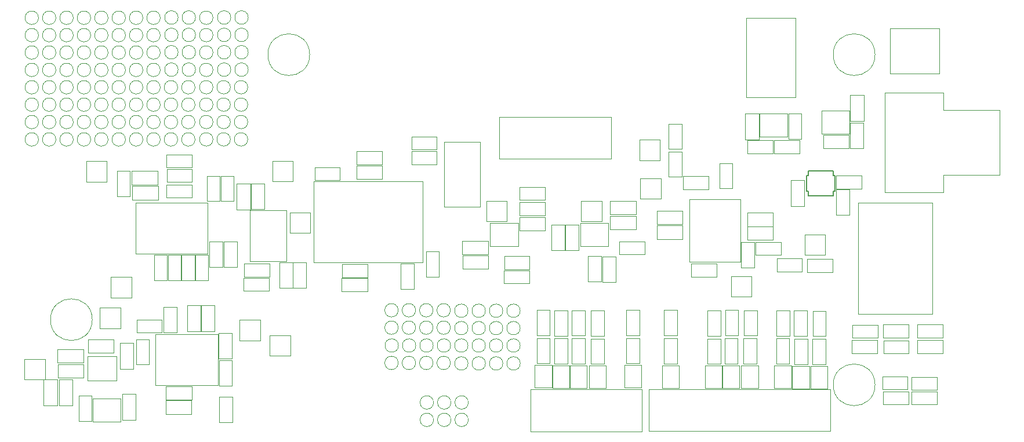
<source format=gbr>
G04 #@! TF.GenerationSoftware,KiCad,Pcbnew,8.0.6*
G04 #@! TF.CreationDate,2025-06-21T10:27:38-07:00*
G04 #@! TF.ProjectId,complete_EPG,636f6d70-6c65-4746-955f-4550472e6b69,rev?*
G04 #@! TF.SameCoordinates,Original*
G04 #@! TF.FileFunction,Other,User*
%FSLAX46Y46*%
G04 Gerber Fmt 4.6, Leading zero omitted, Abs format (unit mm)*
G04 Created by KiCad (PCBNEW 8.0.6) date 2025-06-21 10:27:38*
%MOMM*%
%LPD*%
G01*
G04 APERTURE LIST*
%ADD10C,0.152400*%
%ADD11C,0.030000*%
%ADD12C,0.050000*%
G04 APERTURE END LIST*
D10*
X132939300Y-40628000D02*
X132634500Y-40628000D01*
X132939300Y-38366000D02*
X132939300Y-40628000D01*
X132939300Y-38366000D02*
X132634500Y-38366000D01*
X132634500Y-41300400D02*
X129027700Y-41300400D01*
X132634500Y-40628000D02*
X132634500Y-41300400D01*
X132634500Y-37693600D02*
X132634500Y-38366000D01*
X129027700Y-41300400D02*
X129027700Y-40628000D01*
X129027700Y-38366000D02*
X129027700Y-37693600D01*
X129027700Y-37693600D02*
X132634500Y-37693600D01*
X128722900Y-40628000D02*
X129027700Y-40628000D01*
X128722900Y-40628000D02*
X128722900Y-38366000D01*
X128722900Y-38366000D02*
X129027700Y-38366000D01*
D11*
X86948816Y-58107000D02*
G75*
G02*
X84987184Y-58107000I-980816J0D01*
G01*
X84987184Y-58107000D02*
G75*
G02*
X86948816Y-58107000I980816J0D01*
G01*
X84413816Y-65802000D02*
G75*
G02*
X82452184Y-65802000I-980816J0D01*
G01*
X82452184Y-65802000D02*
G75*
G02*
X84413816Y-65802000I980816J0D01*
G01*
X76748816Y-60577000D02*
G75*
G02*
X74787184Y-60577000I-980816J0D01*
G01*
X74787184Y-60577000D02*
G75*
G02*
X76748816Y-60577000I980816J0D01*
G01*
X81868816Y-60647000D02*
G75*
G02*
X79907184Y-60647000I-980816J0D01*
G01*
X79907184Y-60647000D02*
G75*
G02*
X81868816Y-60647000I980816J0D01*
G01*
X69133816Y-65732000D02*
G75*
G02*
X67172184Y-65732000I-980816J0D01*
G01*
X67172184Y-65732000D02*
G75*
G02*
X69133816Y-65732000I980816J0D01*
G01*
X76753816Y-65732000D02*
G75*
G02*
X74792184Y-65732000I-980816J0D01*
G01*
X74792184Y-65732000D02*
G75*
G02*
X76753816Y-65732000I980816J0D01*
G01*
X74208816Y-58037000D02*
G75*
G02*
X72247184Y-58037000I-980816J0D01*
G01*
X72247184Y-58037000D02*
G75*
G02*
X74208816Y-58037000I980816J0D01*
G01*
X71668816Y-58037000D02*
G75*
G02*
X69707184Y-58037000I-980816J0D01*
G01*
X69707184Y-58037000D02*
G75*
G02*
X71668816Y-58037000I980816J0D01*
G01*
X71708816Y-63187000D02*
G75*
G02*
X69747184Y-63187000I-980816J0D01*
G01*
X69747184Y-63187000D02*
G75*
G02*
X71708816Y-63187000I980816J0D01*
G01*
X74208816Y-60577000D02*
G75*
G02*
X72247184Y-60577000I-980816J0D01*
G01*
X72247184Y-60577000D02*
G75*
G02*
X74208816Y-60577000I980816J0D01*
G01*
X69128816Y-60577000D02*
G75*
G02*
X67167184Y-60577000I-980816J0D01*
G01*
X67167184Y-60577000D02*
G75*
G02*
X69128816Y-60577000I980816J0D01*
G01*
X74213816Y-65732000D02*
G75*
G02*
X72252184Y-65732000I-980816J0D01*
G01*
X72252184Y-65732000D02*
G75*
G02*
X74213816Y-65732000I980816J0D01*
G01*
X81868816Y-58107000D02*
G75*
G02*
X79907184Y-58107000I-980816J0D01*
G01*
X79907184Y-58107000D02*
G75*
G02*
X81868816Y-58107000I980816J0D01*
G01*
X69168816Y-63187000D02*
G75*
G02*
X67207184Y-63187000I-980816J0D01*
G01*
X67207184Y-63187000D02*
G75*
G02*
X69168816Y-63187000I980816J0D01*
G01*
X81868816Y-63187000D02*
G75*
G02*
X79907184Y-63187000I-980816J0D01*
G01*
X79907184Y-63187000D02*
G75*
G02*
X81868816Y-63187000I980816J0D01*
G01*
X79328816Y-60647000D02*
G75*
G02*
X77367184Y-60647000I-980816J0D01*
G01*
X77367184Y-60647000D02*
G75*
G02*
X79328816Y-60647000I980816J0D01*
G01*
X84408816Y-60647000D02*
G75*
G02*
X82447184Y-60647000I-980816J0D01*
G01*
X82447184Y-60647000D02*
G75*
G02*
X84408816Y-60647000I980816J0D01*
G01*
X76788816Y-63187000D02*
G75*
G02*
X74827184Y-63187000I-980816J0D01*
G01*
X74827184Y-63187000D02*
G75*
G02*
X76788816Y-63187000I980816J0D01*
G01*
X76748816Y-58037000D02*
G75*
G02*
X74787184Y-58037000I-980816J0D01*
G01*
X74787184Y-58037000D02*
G75*
G02*
X76748816Y-58037000I980816J0D01*
G01*
X86948816Y-63187000D02*
G75*
G02*
X84987184Y-63187000I-980816J0D01*
G01*
X84987184Y-63187000D02*
G75*
G02*
X86948816Y-63187000I980816J0D01*
G01*
X71673816Y-65732000D02*
G75*
G02*
X69712184Y-65732000I-980816J0D01*
G01*
X69712184Y-65732000D02*
G75*
G02*
X71673816Y-65732000I980816J0D01*
G01*
X84408816Y-63187000D02*
G75*
G02*
X82447184Y-63187000I-980816J0D01*
G01*
X82447184Y-63187000D02*
G75*
G02*
X84408816Y-63187000I980816J0D01*
G01*
X69128816Y-58037000D02*
G75*
G02*
X67167184Y-58037000I-980816J0D01*
G01*
X67167184Y-58037000D02*
G75*
G02*
X69128816Y-58037000I980816J0D01*
G01*
X71668816Y-60577000D02*
G75*
G02*
X69707184Y-60577000I-980816J0D01*
G01*
X69707184Y-60577000D02*
G75*
G02*
X71668816Y-60577000I980816J0D01*
G01*
X81873816Y-65802000D02*
G75*
G02*
X79912184Y-65802000I-980816J0D01*
G01*
X79912184Y-65802000D02*
G75*
G02*
X81873816Y-65802000I980816J0D01*
G01*
X79333816Y-65802000D02*
G75*
G02*
X77372184Y-65802000I-980816J0D01*
G01*
X77372184Y-65802000D02*
G75*
G02*
X79333816Y-65802000I980816J0D01*
G01*
X86953816Y-65802000D02*
G75*
G02*
X84992184Y-65802000I-980816J0D01*
G01*
X84992184Y-65802000D02*
G75*
G02*
X86953816Y-65802000I980816J0D01*
G01*
X74248816Y-63187000D02*
G75*
G02*
X72287184Y-63187000I-980816J0D01*
G01*
X72287184Y-63187000D02*
G75*
G02*
X74248816Y-63187000I980816J0D01*
G01*
X79328816Y-58107000D02*
G75*
G02*
X77367184Y-58107000I-980816J0D01*
G01*
X77367184Y-58107000D02*
G75*
G02*
X79328816Y-58107000I980816J0D01*
G01*
X86948816Y-60647000D02*
G75*
G02*
X84987184Y-60647000I-980816J0D01*
G01*
X84987184Y-60647000D02*
G75*
G02*
X86948816Y-60647000I980816J0D01*
G01*
X84408816Y-58107000D02*
G75*
G02*
X82447184Y-58107000I-980816J0D01*
G01*
X82447184Y-58107000D02*
G75*
G02*
X84408816Y-58107000I980816J0D01*
G01*
X79328816Y-63187000D02*
G75*
G02*
X77367184Y-63187000I-980816J0D01*
G01*
X77367184Y-63187000D02*
G75*
G02*
X79328816Y-63187000I980816J0D01*
G01*
D12*
X138758000Y-20677000D02*
G75*
G02*
X132658000Y-20677000I-3050000J0D01*
G01*
X132658000Y-20677000D02*
G75*
G02*
X138758000Y-20677000I3050000J0D01*
G01*
X56208000Y-20677000D02*
G75*
G02*
X50108000Y-20677000I-3050000J0D01*
G01*
X50108000Y-20677000D02*
G75*
G02*
X56208000Y-20677000I3050000J0D01*
G01*
X24458000Y-59412000D02*
G75*
G02*
X18358000Y-59412000I-3050000J0D01*
G01*
X18358000Y-59412000D02*
G75*
G02*
X24458000Y-59412000I3050000J0D01*
G01*
X138758000Y-68937000D02*
G75*
G02*
X132658000Y-68937000I-3050000J0D01*
G01*
X132658000Y-68937000D02*
G75*
G02*
X138758000Y-68937000I3050000J0D01*
G01*
D11*
X21688816Y-30527000D02*
G75*
G02*
X19727184Y-30527000I-980816J0D01*
G01*
X19727184Y-30527000D02*
G75*
G02*
X21688816Y-30527000I980816J0D01*
G01*
D12*
X50748000Y-36227000D02*
X50748000Y-39227000D01*
X50748000Y-36227000D02*
X53748000Y-36227000D01*
X53748000Y-39227000D02*
X50748000Y-39227000D01*
X53748000Y-39227000D02*
X53748000Y-36227000D01*
X45573000Y-39552000D02*
X47533000Y-39552000D01*
X45573000Y-43312000D02*
X45573000Y-39552000D01*
X47533000Y-39552000D02*
X47533000Y-43312000D01*
X47533000Y-43312000D02*
X45573000Y-43312000D01*
X43668000Y-47954500D02*
X45628000Y-47954500D01*
X43668000Y-51714500D02*
X43668000Y-47954500D01*
X45628000Y-47954500D02*
X45628000Y-51714500D01*
X45628000Y-51714500D02*
X43668000Y-51714500D01*
X94478000Y-58039500D02*
X96378000Y-58039500D01*
X94478000Y-61739500D02*
X94478000Y-58039500D01*
X96378000Y-58039500D02*
X96378000Y-61739500D01*
X96378000Y-61739500D02*
X94478000Y-61739500D01*
X128828000Y-50527000D02*
X132588000Y-50527000D01*
X128828000Y-52487000D02*
X128828000Y-50527000D01*
X132588000Y-50527000D02*
X132588000Y-52487000D01*
X132588000Y-52487000D02*
X128828000Y-52487000D01*
D11*
X29308816Y-30527000D02*
G75*
G02*
X27347184Y-30527000I-980816J0D01*
G01*
X27347184Y-30527000D02*
G75*
G02*
X29308816Y-30527000I980816J0D01*
G01*
X26768816Y-17827000D02*
G75*
G02*
X24807184Y-17827000I-980816J0D01*
G01*
X24807184Y-17827000D02*
G75*
G02*
X26768816Y-17827000I980816J0D01*
G01*
D12*
X128438000Y-42807000D02*
X126478000Y-42807000D01*
X128438000Y-39047000D02*
X128438000Y-42807000D01*
X126478000Y-42807000D02*
X126478000Y-39047000D01*
X126478000Y-39047000D02*
X128438000Y-39047000D01*
X41208000Y-38387000D02*
X43108000Y-38387000D01*
X41208000Y-42087000D02*
X41208000Y-38387000D01*
X43108000Y-38387000D02*
X43108000Y-42087000D01*
X43108000Y-42087000D02*
X41208000Y-42087000D01*
D11*
X31848816Y-20367000D02*
G75*
G02*
X29887184Y-20367000I-980816J0D01*
G01*
X29887184Y-20367000D02*
G75*
G02*
X31848816Y-20367000I980816J0D01*
G01*
D12*
X94178000Y-69400500D02*
X94178000Y-66100500D01*
X94178000Y-69400500D02*
X96678000Y-69400500D01*
X96678000Y-66100500D02*
X94178000Y-66100500D01*
X96678000Y-66100500D02*
X96678000Y-69400500D01*
D11*
X24228816Y-22907000D02*
G75*
G02*
X22267184Y-22907000I-980816J0D01*
G01*
X22267184Y-22907000D02*
G75*
G02*
X24228816Y-22907000I980816J0D01*
G01*
D12*
X116897286Y-58019500D02*
X118797286Y-58019500D01*
X116897286Y-61719500D02*
X116897286Y-58019500D01*
X118797286Y-58019500D02*
X118797286Y-61719500D01*
X118797286Y-61719500D02*
X116897286Y-61719500D01*
D11*
X42083816Y-25442000D02*
G75*
G02*
X40122184Y-25442000I-980816J0D01*
G01*
X40122184Y-25442000D02*
G75*
G02*
X42083816Y-25442000I980816J0D01*
G01*
X42083816Y-15282000D02*
G75*
G02*
X40122184Y-15282000I-980816J0D01*
G01*
X40122184Y-15282000D02*
G75*
G02*
X42083816Y-15282000I980816J0D01*
G01*
D12*
X99838000Y-48683000D02*
X99838000Y-45283000D01*
X99838000Y-45283000D02*
X95738000Y-45283000D01*
X95738000Y-48683000D02*
X99838000Y-48683000D01*
X95738000Y-45283000D02*
X95738000Y-48683000D01*
X30308000Y-39907000D02*
X34068000Y-39907000D01*
X30308000Y-41867000D02*
X30308000Y-39907000D01*
X34068000Y-39907000D02*
X34068000Y-41867000D01*
X34068000Y-41867000D02*
X30308000Y-41867000D01*
D11*
X19148816Y-22907000D02*
G75*
G02*
X17187184Y-22907000I-980816J0D01*
G01*
X17187184Y-22907000D02*
G75*
G02*
X19148816Y-22907000I980816J0D01*
G01*
D12*
X27188000Y-56197000D02*
X27188000Y-53197000D01*
X27188000Y-56197000D02*
X30188000Y-56197000D01*
X30188000Y-53197000D02*
X27188000Y-53197000D01*
X30188000Y-53197000D02*
X30188000Y-56197000D01*
D11*
X31848816Y-15287000D02*
G75*
G02*
X29887184Y-15287000I-980816J0D01*
G01*
X29887184Y-15287000D02*
G75*
G02*
X31848816Y-15287000I980816J0D01*
G01*
X21688816Y-25447000D02*
G75*
G02*
X19727184Y-25447000I-980816J0D01*
G01*
X19727184Y-25447000D02*
G75*
G02*
X21688816Y-25447000I980816J0D01*
G01*
D12*
X19598000Y-68177000D02*
X21558000Y-68177000D01*
X19598000Y-71937000D02*
X19598000Y-68177000D01*
X21558000Y-68177000D02*
X21558000Y-71937000D01*
X21558000Y-71937000D02*
X19598000Y-71937000D01*
D11*
X16608816Y-30527000D02*
G75*
G02*
X14647184Y-30527000I-980816J0D01*
G01*
X14647184Y-30527000D02*
G75*
G02*
X16608816Y-30527000I980816J0D01*
G01*
D12*
X94478000Y-62142000D02*
X96378000Y-62142000D01*
X94478000Y-65842000D02*
X94478000Y-62142000D01*
X96378000Y-62142000D02*
X96378000Y-65842000D01*
X96378000Y-65842000D02*
X94478000Y-65842000D01*
D11*
X16608816Y-25447000D02*
G75*
G02*
X14647184Y-25447000I-980816J0D01*
G01*
X14647184Y-25447000D02*
G75*
G02*
X16608816Y-25447000I980816J0D01*
G01*
D12*
X91968000Y-58068250D02*
X93868000Y-58068250D01*
X91968000Y-61768250D02*
X91968000Y-58068250D01*
X93868000Y-58068250D02*
X93868000Y-61768250D01*
X93868000Y-61768250D02*
X91968000Y-61768250D01*
X41548000Y-47954500D02*
X43508000Y-47954500D01*
X41548000Y-51714500D02*
X41548000Y-47954500D01*
X43508000Y-47954500D02*
X43508000Y-51714500D01*
X43508000Y-51714500D02*
X41548000Y-51714500D01*
X139173000Y-62077000D02*
X135473000Y-62077000D01*
X139173000Y-60177000D02*
X139173000Y-62077000D01*
X135473000Y-62077000D02*
X135473000Y-60177000D01*
X135473000Y-60177000D02*
X139173000Y-60177000D01*
X117728000Y-53077000D02*
X117728000Y-56077000D01*
X117728000Y-53077000D02*
X120728000Y-53077000D01*
X120728000Y-56077000D02*
X117728000Y-56077000D01*
X120728000Y-56077000D02*
X120728000Y-53077000D01*
D11*
X29308816Y-33067000D02*
G75*
G02*
X27347184Y-33067000I-980816J0D01*
G01*
X27347184Y-33067000D02*
G75*
G02*
X29308816Y-33067000I980816J0D01*
G01*
D12*
X71078000Y-34827000D02*
X74778000Y-34827000D01*
X71078000Y-36727000D02*
X71078000Y-34827000D01*
X74778000Y-34827000D02*
X74778000Y-36727000D01*
X74778000Y-36727000D02*
X71078000Y-36727000D01*
D11*
X36928816Y-27987000D02*
G75*
G02*
X34967184Y-27987000I-980816J0D01*
G01*
X34967184Y-27987000D02*
G75*
G02*
X36928816Y-27987000I980816J0D01*
G01*
D12*
X111928000Y-51247000D02*
X115628000Y-51247000D01*
X111928000Y-53147000D02*
X111928000Y-51247000D01*
X115628000Y-51247000D02*
X115628000Y-53147000D01*
X115628000Y-53147000D02*
X111928000Y-53147000D01*
X116048000Y-36537000D02*
X117948000Y-36537000D01*
X116048000Y-40237000D02*
X116048000Y-36537000D01*
X117948000Y-36537000D02*
X117948000Y-40237000D01*
X117948000Y-40237000D02*
X116048000Y-40237000D01*
X86878000Y-40032000D02*
X90578000Y-40032000D01*
X86878000Y-41932000D02*
X86878000Y-40032000D01*
X90578000Y-40032000D02*
X90578000Y-41932000D01*
X90578000Y-41932000D02*
X86878000Y-41932000D01*
D11*
X31848816Y-25447000D02*
G75*
G02*
X29887184Y-25447000I-980816J0D01*
G01*
X29887184Y-25447000D02*
G75*
G02*
X31848816Y-25447000I980816J0D01*
G01*
X34388816Y-15287000D02*
G75*
G02*
X32427184Y-15287000I-980816J0D01*
G01*
X32427184Y-15287000D02*
G75*
G02*
X34388816Y-15287000I980816J0D01*
G01*
D12*
X135048000Y-40357000D02*
X135048000Y-44117000D01*
X133088000Y-40357000D02*
X135048000Y-40357000D01*
X135048000Y-44117000D02*
X133088000Y-44117000D01*
X133088000Y-44117000D02*
X133088000Y-40357000D01*
X89088000Y-69359250D02*
X89088000Y-66059250D01*
X89088000Y-69359250D02*
X91588000Y-69359250D01*
X91588000Y-66059250D02*
X89088000Y-66059250D01*
X91588000Y-66059250D02*
X91588000Y-69359250D01*
X126120500Y-29297000D02*
X128020500Y-29297000D01*
X126120500Y-32997000D02*
X126120500Y-29297000D01*
X128020500Y-29297000D02*
X128020500Y-32997000D01*
X128020500Y-32997000D02*
X126120500Y-32997000D01*
D11*
X36998816Y-15247000D02*
G75*
G02*
X35037184Y-15247000I-980816J0D01*
G01*
X35037184Y-15247000D02*
G75*
G02*
X36998816Y-15247000I980816J0D01*
G01*
D12*
X102143000Y-69343000D02*
X102143000Y-66043000D01*
X102143000Y-69343000D02*
X104643000Y-69343000D01*
X104643000Y-66043000D02*
X102143000Y-66043000D01*
X104643000Y-66043000D02*
X104643000Y-69343000D01*
X47443000Y-43463000D02*
X47443000Y-50863000D01*
X47443000Y-50863000D02*
X52843000Y-50863000D01*
X52843000Y-43463000D02*
X47443000Y-43463000D01*
X52843000Y-50863000D02*
X52843000Y-43463000D01*
D11*
X36998816Y-22867000D02*
G75*
G02*
X35037184Y-22867000I-980816J0D01*
G01*
X35037184Y-22867000D02*
G75*
G02*
X36998816Y-22867000I980816J0D01*
G01*
D12*
X28473000Y-62852000D02*
X30433000Y-62852000D01*
X28473000Y-66612000D02*
X28473000Y-62852000D01*
X30433000Y-62852000D02*
X30433000Y-66612000D01*
X30433000Y-66612000D02*
X28473000Y-66612000D01*
D11*
X47163816Y-27982000D02*
G75*
G02*
X45202184Y-27982000I-980816J0D01*
G01*
X45202184Y-27982000D02*
G75*
G02*
X47163816Y-27982000I980816J0D01*
G01*
X39538816Y-20327000D02*
G75*
G02*
X37577184Y-20327000I-980816J0D01*
G01*
X37577184Y-20327000D02*
G75*
G02*
X39538816Y-20327000I980816J0D01*
G01*
D12*
X140938000Y-16877000D02*
X140938000Y-23417000D01*
X140938000Y-23417000D02*
X148138000Y-23417000D01*
X148138000Y-16877000D02*
X140938000Y-16877000D01*
X148138000Y-23417000D02*
X148138000Y-16877000D01*
X17373000Y-68177000D02*
X19333000Y-68177000D01*
X17373000Y-71937000D02*
X17373000Y-68177000D01*
X19333000Y-68177000D02*
X19333000Y-71937000D01*
X19333000Y-71937000D02*
X17373000Y-71937000D01*
D11*
X74288816Y-71517000D02*
G75*
G02*
X72327184Y-71517000I-980816J0D01*
G01*
X72327184Y-71517000D02*
G75*
G02*
X74288816Y-71517000I980816J0D01*
G01*
D12*
X35298000Y-35287000D02*
X38998000Y-35287000D01*
X35298000Y-37187000D02*
X35298000Y-35287000D01*
X38998000Y-35287000D02*
X38998000Y-37187000D01*
X38998000Y-37187000D02*
X35298000Y-37187000D01*
X28868000Y-70287000D02*
X30828000Y-70287000D01*
X28868000Y-74047000D02*
X28868000Y-70287000D01*
X30828000Y-70287000D02*
X30828000Y-74047000D01*
X30828000Y-74047000D02*
X28868000Y-74047000D01*
D11*
X36928816Y-33067000D02*
G75*
G02*
X34967184Y-33067000I-980816J0D01*
G01*
X34967184Y-33067000D02*
G75*
G02*
X36928816Y-33067000I980816J0D01*
G01*
X44693816Y-20322000D02*
G75*
G02*
X42732184Y-20322000I-980816J0D01*
G01*
X42732184Y-20322000D02*
G75*
G02*
X44693816Y-20322000I980816J0D01*
G01*
X19148816Y-27987000D02*
G75*
G02*
X17187184Y-27987000I-980816J0D01*
G01*
X17187184Y-27987000D02*
G75*
G02*
X19148816Y-27987000I980816J0D01*
G01*
D12*
X51758000Y-51027000D02*
X53718000Y-51027000D01*
X51758000Y-54787000D02*
X51758000Y-51027000D01*
X53718000Y-51027000D02*
X53718000Y-54787000D01*
X53718000Y-54787000D02*
X51758000Y-54787000D01*
D11*
X44693816Y-15242000D02*
G75*
G02*
X42732184Y-15242000I-980816J0D01*
G01*
X42732184Y-15242000D02*
G75*
G02*
X44693816Y-15242000I980816J0D01*
G01*
X74288816Y-74057000D02*
G75*
G02*
X72327184Y-74057000I-980816J0D01*
G01*
X72327184Y-74057000D02*
G75*
G02*
X74288816Y-74057000I980816J0D01*
G01*
X42083816Y-17822000D02*
G75*
G02*
X40122184Y-17822000I-980816J0D01*
G01*
X40122184Y-17822000D02*
G75*
G02*
X42083816Y-17822000I980816J0D01*
G01*
X47233816Y-17782000D02*
G75*
G02*
X45272184Y-17782000I-980816J0D01*
G01*
X45272184Y-17782000D02*
G75*
G02*
X47233816Y-17782000I980816J0D01*
G01*
D12*
X96848000Y-50097000D02*
X98748000Y-50097000D01*
X96848000Y-53797000D02*
X96848000Y-50097000D01*
X98748000Y-50097000D02*
X98748000Y-53797000D01*
X98748000Y-53797000D02*
X96848000Y-53797000D01*
X28008000Y-68282000D02*
X28008000Y-64782000D01*
X28008000Y-64782000D02*
X23748000Y-64782000D01*
X23748000Y-68282000D02*
X28008000Y-68282000D01*
X23748000Y-64782000D02*
X23748000Y-68282000D01*
X111688000Y-41787000D02*
X111688000Y-50947000D01*
X111688000Y-50947000D02*
X119088000Y-50947000D01*
X119088000Y-41787000D02*
X111688000Y-41787000D01*
X119088000Y-50947000D02*
X119088000Y-41787000D01*
X46638000Y-51227000D02*
X50338000Y-51227000D01*
X46638000Y-53127000D02*
X46638000Y-51227000D01*
X50338000Y-51227000D02*
X50338000Y-53127000D01*
X50338000Y-53127000D02*
X46638000Y-53127000D01*
X96968000Y-69438750D02*
X96968000Y-66138750D01*
X96968000Y-69438750D02*
X99468000Y-69438750D01*
X99468000Y-66138750D02*
X96968000Y-66138750D01*
X99468000Y-66138750D02*
X99468000Y-69438750D01*
X116808000Y-62122000D02*
X118708000Y-62122000D01*
X116808000Y-65822000D02*
X116808000Y-62122000D01*
X118708000Y-62122000D02*
X118708000Y-65822000D01*
X118708000Y-65822000D02*
X116808000Y-65822000D01*
X33503000Y-49932000D02*
X35403000Y-49932000D01*
X33503000Y-53632000D02*
X33503000Y-49932000D01*
X35403000Y-49932000D02*
X35403000Y-53632000D01*
X35403000Y-53632000D02*
X33503000Y-53632000D01*
X130950500Y-28837000D02*
X130950500Y-32237000D01*
X130950500Y-32237000D02*
X135050500Y-32237000D01*
X135050500Y-28837000D02*
X130950500Y-28837000D01*
X135050500Y-32237000D02*
X135050500Y-28837000D01*
X106878000Y-45667000D02*
X110638000Y-45667000D01*
X106878000Y-47627000D02*
X106878000Y-45667000D01*
X110638000Y-45667000D02*
X110638000Y-47627000D01*
X110638000Y-47627000D02*
X106878000Y-47627000D01*
X107943000Y-62120750D02*
X109843000Y-62120750D01*
X107943000Y-65820750D02*
X107943000Y-62120750D01*
X109843000Y-62120750D02*
X109843000Y-65820750D01*
X109843000Y-65820750D02*
X107943000Y-65820750D01*
D11*
X31848816Y-22907000D02*
G75*
G02*
X29887184Y-22907000I-980816J0D01*
G01*
X29887184Y-22907000D02*
G75*
G02*
X31848816Y-22907000I980816J0D01*
G01*
D12*
X39503000Y-49932000D02*
X41403000Y-49932000D01*
X39503000Y-53632000D02*
X39503000Y-49932000D01*
X41403000Y-49932000D02*
X41403000Y-53632000D01*
X41403000Y-53632000D02*
X39503000Y-53632000D01*
X139998000Y-62457000D02*
X143698000Y-62457000D01*
X139998000Y-64357000D02*
X139998000Y-62457000D01*
X143698000Y-62457000D02*
X143698000Y-64357000D01*
X143698000Y-64357000D02*
X139998000Y-64357000D01*
X63028000Y-34757000D02*
X66788000Y-34757000D01*
X63028000Y-36717000D02*
X63028000Y-34757000D01*
X66788000Y-34757000D02*
X66788000Y-36717000D01*
X66788000Y-36717000D02*
X63028000Y-36717000D01*
D11*
X29308816Y-25447000D02*
G75*
G02*
X27347184Y-25447000I-980816J0D01*
G01*
X27347184Y-25447000D02*
G75*
G02*
X29308816Y-25447000I980816J0D01*
G01*
D12*
X139950500Y-69915000D02*
X143650500Y-69915000D01*
X139950500Y-71815000D02*
X139950500Y-69915000D01*
X143650500Y-69915000D02*
X143650500Y-71815000D01*
X143650500Y-71815000D02*
X139950500Y-71815000D01*
X37503000Y-49932000D02*
X39403000Y-49932000D01*
X37503000Y-53632000D02*
X37503000Y-49932000D01*
X39403000Y-49932000D02*
X39403000Y-53632000D01*
X39403000Y-53632000D02*
X37503000Y-53632000D01*
X30838000Y-42292000D02*
X41338000Y-42292000D01*
X30838000Y-49742000D02*
X30838000Y-42292000D01*
X41338000Y-42292000D02*
X41338000Y-49742000D01*
X41338000Y-49742000D02*
X30838000Y-49742000D01*
X114290857Y-62194321D02*
X116190857Y-62194321D01*
X114290857Y-65894321D02*
X114290857Y-62194321D01*
X116190857Y-62194321D02*
X116190857Y-65894321D01*
X116190857Y-65894321D02*
X114290857Y-65894321D01*
X100219200Y-35907000D02*
X100219200Y-29757000D01*
X100219200Y-29757000D02*
X83919200Y-29757000D01*
X83919200Y-35907000D02*
X100219200Y-35907000D01*
X83919200Y-29757000D02*
X83919200Y-35907000D01*
D11*
X26768816Y-27987000D02*
G75*
G02*
X24807184Y-27987000I-980816J0D01*
G01*
X24807184Y-27987000D02*
G75*
G02*
X26768816Y-27987000I980816J0D01*
G01*
D12*
X46588000Y-53327000D02*
X50288000Y-53327000D01*
X46588000Y-55227000D02*
X46588000Y-53327000D01*
X50288000Y-53327000D02*
X50288000Y-55227000D01*
X50288000Y-55227000D02*
X46588000Y-55227000D01*
D11*
X47233816Y-20322000D02*
G75*
G02*
X45272184Y-20322000I-980816J0D01*
G01*
X45272184Y-20322000D02*
G75*
G02*
X47233816Y-20322000I980816J0D01*
G01*
D12*
X108628000Y-30777000D02*
X110528000Y-30777000D01*
X108628000Y-34477000D02*
X108628000Y-30777000D01*
X110528000Y-30777000D02*
X110528000Y-34477000D01*
X110528000Y-34477000D02*
X108628000Y-34477000D01*
X35308000Y-39667000D02*
X39008000Y-39667000D01*
X35308000Y-41567000D02*
X35308000Y-39667000D01*
X39008000Y-39667000D02*
X39008000Y-41567000D01*
X39008000Y-41567000D02*
X35308000Y-41567000D01*
X120108000Y-43797000D02*
X123868000Y-43797000D01*
X120108000Y-45757000D02*
X120108000Y-43797000D01*
X123868000Y-43797000D02*
X123868000Y-45757000D01*
X123868000Y-45757000D02*
X120108000Y-45757000D01*
D11*
X29308816Y-17827000D02*
G75*
G02*
X27347184Y-17827000I-980816J0D01*
G01*
X27347184Y-17827000D02*
G75*
G02*
X29308816Y-17827000I980816J0D01*
G01*
X34388816Y-33067000D02*
G75*
G02*
X32427184Y-33067000I-980816J0D01*
G01*
X32427184Y-33067000D02*
G75*
G02*
X34388816Y-33067000I980816J0D01*
G01*
X39538816Y-22867000D02*
G75*
G02*
X37577184Y-22867000I-980816J0D01*
G01*
X37577184Y-22867000D02*
G75*
G02*
X39538816Y-22867000I980816J0D01*
G01*
X39538816Y-15247000D02*
G75*
G02*
X37577184Y-15247000I-980816J0D01*
G01*
X37577184Y-15247000D02*
G75*
G02*
X39538816Y-15247000I980816J0D01*
G01*
D12*
X23588000Y-36247000D02*
X23588000Y-39247000D01*
X23588000Y-36247000D02*
X26588000Y-36247000D01*
X26588000Y-39247000D02*
X23588000Y-39247000D01*
X26588000Y-39247000D02*
X26588000Y-36247000D01*
X129648000Y-58117000D02*
X131548000Y-58117000D01*
X129648000Y-61817000D02*
X129648000Y-58117000D01*
X131548000Y-58117000D02*
X131548000Y-61817000D01*
X131548000Y-61817000D02*
X129648000Y-61817000D01*
X30248000Y-37707000D02*
X34008000Y-37707000D01*
X30248000Y-39667000D02*
X30248000Y-37707000D01*
X34008000Y-37707000D02*
X34008000Y-39667000D01*
X34008000Y-39667000D02*
X30248000Y-39667000D01*
D11*
X24228816Y-25447000D02*
G75*
G02*
X22267184Y-25447000I-980816J0D01*
G01*
X22267184Y-25447000D02*
G75*
G02*
X24228816Y-25447000I980816J0D01*
G01*
X19148816Y-20367000D02*
G75*
G02*
X17187184Y-20367000I-980816J0D01*
G01*
X17187184Y-20367000D02*
G75*
G02*
X19148816Y-20367000I980816J0D01*
G01*
D12*
X135398000Y-62417000D02*
X139098000Y-62417000D01*
X135398000Y-64317000D02*
X135398000Y-62417000D01*
X139098000Y-62417000D02*
X139098000Y-64317000D01*
X139098000Y-64317000D02*
X135398000Y-64317000D01*
X120125500Y-33162000D02*
X123885500Y-33162000D01*
X120125500Y-35122000D02*
X120125500Y-33162000D01*
X123885500Y-33162000D02*
X123885500Y-35122000D01*
X123885500Y-35122000D02*
X120125500Y-35122000D01*
D11*
X34388816Y-27987000D02*
G75*
G02*
X32427184Y-27987000I-980816J0D01*
G01*
X32427184Y-27987000D02*
G75*
G02*
X34388816Y-27987000I980816J0D01*
G01*
X44623816Y-27982000D02*
G75*
G02*
X42662184Y-27982000I-980816J0D01*
G01*
X42662184Y-27982000D02*
G75*
G02*
X44623816Y-27982000I980816J0D01*
G01*
X19148816Y-30527000D02*
G75*
G02*
X17187184Y-30527000I-980816J0D01*
G01*
X17187184Y-30527000D02*
G75*
G02*
X19148816Y-30527000I980816J0D01*
G01*
D12*
X78538000Y-50022000D02*
X82298000Y-50022000D01*
X78538000Y-51982000D02*
X78538000Y-50022000D01*
X82298000Y-50022000D02*
X82298000Y-51982000D01*
X82298000Y-51982000D02*
X78538000Y-51982000D01*
X133088000Y-38377000D02*
X136788000Y-38377000D01*
X133088000Y-40277000D02*
X133088000Y-38377000D01*
X136788000Y-38377000D02*
X136788000Y-40277000D01*
X136788000Y-40277000D02*
X133088000Y-40277000D01*
X91668000Y-69429250D02*
X91668000Y-66129250D01*
X91668000Y-69429250D02*
X94168000Y-69429250D01*
X94168000Y-66129250D02*
X91668000Y-66129250D01*
X94168000Y-66129250D02*
X94168000Y-69429250D01*
X43018000Y-70677000D02*
X44918000Y-70677000D01*
X43018000Y-74377000D02*
X43018000Y-70677000D01*
X44918000Y-70677000D02*
X44918000Y-74377000D01*
X44918000Y-74377000D02*
X43018000Y-74377000D01*
X89388000Y-57998250D02*
X91288000Y-57998250D01*
X89388000Y-61698250D02*
X89388000Y-57998250D01*
X91288000Y-57998250D02*
X91288000Y-61698250D01*
X91288000Y-61698250D02*
X89388000Y-61698250D01*
D11*
X34388816Y-17827000D02*
G75*
G02*
X32427184Y-17827000I-980816J0D01*
G01*
X32427184Y-17827000D02*
G75*
G02*
X34388816Y-17827000I980816J0D01*
G01*
D12*
X69508000Y-51227000D02*
X71408000Y-51227000D01*
X69508000Y-54927000D02*
X69508000Y-51227000D01*
X71408000Y-51227000D02*
X71408000Y-54927000D01*
X71408000Y-54927000D02*
X69508000Y-54927000D01*
D11*
X19148816Y-17827000D02*
G75*
G02*
X17187184Y-17827000I-980816J0D01*
G01*
X17187184Y-17827000D02*
G75*
G02*
X19148816Y-17827000I980816J0D01*
G01*
X21688816Y-33067000D02*
G75*
G02*
X19727184Y-33067000I-980816J0D01*
G01*
X19727184Y-33067000D02*
G75*
G02*
X21688816Y-33067000I980816J0D01*
G01*
D12*
X119213000Y-48087000D02*
X121113000Y-48087000D01*
X119213000Y-51787000D02*
X119213000Y-48087000D01*
X121113000Y-48087000D02*
X121113000Y-51787000D01*
X121113000Y-51787000D02*
X119213000Y-51787000D01*
D11*
X19148816Y-25447000D02*
G75*
G02*
X17187184Y-25447000I-980816J0D01*
G01*
X17187184Y-25447000D02*
G75*
G02*
X19148816Y-25447000I980816J0D01*
G01*
X21688816Y-15287000D02*
G75*
G02*
X19727184Y-15287000I-980816J0D01*
G01*
X19727184Y-15287000D02*
G75*
G02*
X21688816Y-15287000I980816J0D01*
G01*
X24228816Y-15287000D02*
G75*
G02*
X22267184Y-15287000I-980816J0D01*
G01*
X22267184Y-15287000D02*
G75*
G02*
X24228816Y-15287000I980816J0D01*
G01*
X16608816Y-20367000D02*
G75*
G02*
X14647184Y-20367000I-980816J0D01*
G01*
X14647184Y-20367000D02*
G75*
G02*
X16608816Y-20367000I980816J0D01*
G01*
D12*
X81060500Y-42927000D02*
X81060500Y-33427000D01*
X81060500Y-33427000D02*
X75860500Y-33427000D01*
X75860500Y-42927000D02*
X81060500Y-42927000D01*
X75860500Y-33427000D02*
X75860500Y-42927000D01*
D11*
X44623816Y-25442000D02*
G75*
G02*
X42662184Y-25442000I-980816J0D01*
G01*
X42662184Y-25442000D02*
G75*
G02*
X44623816Y-25442000I980816J0D01*
G01*
D12*
X35218000Y-69172000D02*
X38978000Y-69172000D01*
X35218000Y-71132000D02*
X35218000Y-69172000D01*
X38978000Y-69172000D02*
X38978000Y-71132000D01*
X38978000Y-71132000D02*
X35218000Y-71132000D01*
X113930142Y-69452821D02*
X113930142Y-66152821D01*
X113930142Y-69452821D02*
X116430142Y-69452821D01*
X116430142Y-66152821D02*
X113930142Y-66152821D01*
X116430142Y-66152821D02*
X116430142Y-69452821D01*
X147808000Y-71815000D02*
X144108000Y-71815000D01*
X147808000Y-69915000D02*
X147808000Y-71815000D01*
X144108000Y-71815000D02*
X144108000Y-69915000D01*
X144108000Y-69915000D02*
X147808000Y-69915000D01*
X40348000Y-57352000D02*
X42308000Y-57352000D01*
X40348000Y-61112000D02*
X40348000Y-57352000D01*
X42308000Y-57352000D02*
X42308000Y-61112000D01*
X42308000Y-61112000D02*
X40348000Y-61112000D01*
D11*
X16608816Y-22907000D02*
G75*
G02*
X14647184Y-22907000I-980816J0D01*
G01*
X14647184Y-22907000D02*
G75*
G02*
X16608816Y-22907000I980816J0D01*
G01*
D12*
X121875500Y-29297000D02*
X121875500Y-32697000D01*
X121875500Y-32697000D02*
X125975500Y-32697000D01*
X125975500Y-29297000D02*
X121875500Y-29297000D01*
X125975500Y-32697000D02*
X125975500Y-29297000D01*
X98978000Y-50182000D02*
X100878000Y-50182000D01*
X98978000Y-53882000D02*
X98978000Y-50182000D01*
X100878000Y-50182000D02*
X100878000Y-53882000D01*
X100878000Y-53882000D02*
X98978000Y-53882000D01*
X131218000Y-32437000D02*
X134978000Y-32437000D01*
X131218000Y-34397000D02*
X131218000Y-32437000D01*
X134978000Y-32437000D02*
X134978000Y-34397000D01*
X134978000Y-34397000D02*
X131218000Y-34397000D01*
X147782000Y-69675000D02*
X144082000Y-69675000D01*
X147782000Y-67775000D02*
X147782000Y-69675000D01*
X144082000Y-69675000D02*
X144082000Y-67775000D01*
X144082000Y-67775000D02*
X147782000Y-67775000D01*
X129348000Y-69478000D02*
X129348000Y-66178000D01*
X129348000Y-69478000D02*
X131848000Y-69478000D01*
X131848000Y-66178000D02*
X129348000Y-66178000D01*
X131848000Y-66178000D02*
X131848000Y-69478000D01*
D11*
X16608816Y-27987000D02*
G75*
G02*
X14647184Y-27987000I-980816J0D01*
G01*
X14647184Y-27987000D02*
G75*
G02*
X16608816Y-27987000I980816J0D01*
G01*
D12*
X45968000Y-62467000D02*
X45968000Y-59467000D01*
X45968000Y-62467000D02*
X48968000Y-62467000D01*
X48968000Y-59467000D02*
X45968000Y-59467000D01*
X48968000Y-59467000D02*
X48968000Y-62467000D01*
D11*
X79368816Y-71517000D02*
G75*
G02*
X77407184Y-71517000I-980816J0D01*
G01*
X77407184Y-71517000D02*
G75*
G02*
X79368816Y-71517000I980816J0D01*
G01*
X29308816Y-27987000D02*
G75*
G02*
X27347184Y-27987000I-980816J0D01*
G01*
X27347184Y-27987000D02*
G75*
G02*
X29308816Y-27987000I980816J0D01*
G01*
D12*
X34880500Y-57554500D02*
X36780500Y-57554500D01*
X34880500Y-61254500D02*
X34880500Y-57554500D01*
X36780500Y-57554500D02*
X36780500Y-61254500D01*
X36780500Y-61254500D02*
X34880500Y-61254500D01*
D11*
X42083816Y-27982000D02*
G75*
G02*
X40122184Y-27982000I-980816J0D01*
G01*
X40122184Y-27982000D02*
G75*
G02*
X42083816Y-27982000I980816J0D01*
G01*
X26768816Y-22907000D02*
G75*
G02*
X24807184Y-22907000I-980816J0D01*
G01*
X24807184Y-22907000D02*
G75*
G02*
X26768816Y-22907000I980816J0D01*
G01*
X31848816Y-27987000D02*
G75*
G02*
X29887184Y-27987000I-980816J0D01*
G01*
X29887184Y-27987000D02*
G75*
G02*
X31848816Y-27987000I980816J0D01*
G01*
D12*
X28068000Y-37697000D02*
X29968000Y-37697000D01*
X28068000Y-41397000D02*
X28068000Y-37697000D01*
X29968000Y-37697000D02*
X29968000Y-41397000D01*
X29968000Y-41397000D02*
X28068000Y-41397000D01*
X47643000Y-39527000D02*
X49603000Y-39527000D01*
X47643000Y-43287000D02*
X47643000Y-39527000D01*
X49603000Y-39527000D02*
X49603000Y-43287000D01*
X49603000Y-43287000D02*
X47643000Y-43287000D01*
X116457999Y-69380500D02*
X116457999Y-66080500D01*
X116457999Y-69380500D02*
X118957999Y-69380500D01*
X118957999Y-66080500D02*
X116457999Y-66080500D01*
X118957999Y-66080500D02*
X118957999Y-69380500D01*
D11*
X21688816Y-17827000D02*
G75*
G02*
X19727184Y-17827000I-980816J0D01*
G01*
X19727184Y-17827000D02*
G75*
G02*
X21688816Y-17827000I980816J0D01*
G01*
D12*
X137088000Y-30637000D02*
X137088000Y-34397000D01*
X135128000Y-30637000D02*
X137088000Y-30637000D01*
X137088000Y-34397000D02*
X135128000Y-34397000D01*
X135128000Y-34397000D02*
X135128000Y-30637000D01*
X86818000Y-44443000D02*
X90578000Y-44443000D01*
X86818000Y-46403000D02*
X86818000Y-44443000D01*
X90578000Y-44443000D02*
X90578000Y-46403000D01*
X90578000Y-46403000D02*
X86818000Y-46403000D01*
X60923000Y-51302000D02*
X64683000Y-51302000D01*
X60923000Y-53262000D02*
X60923000Y-51302000D01*
X64683000Y-51302000D02*
X64683000Y-53262000D01*
X64683000Y-53262000D02*
X60923000Y-53262000D01*
X50398000Y-61677000D02*
X50398000Y-64677000D01*
X50398000Y-61677000D02*
X53398000Y-61677000D01*
X53398000Y-64677000D02*
X50398000Y-64677000D01*
X53398000Y-64677000D02*
X53398000Y-61677000D01*
X143625500Y-62037000D02*
X139925500Y-62037000D01*
X143625500Y-60137000D02*
X143625500Y-62037000D01*
X139925500Y-62037000D02*
X139925500Y-60137000D01*
X139925500Y-60137000D02*
X143625500Y-60137000D01*
X56938000Y-37147000D02*
X60638000Y-37147000D01*
X56938000Y-39047000D02*
X56938000Y-37147000D01*
X60638000Y-37147000D02*
X60638000Y-39047000D01*
X60638000Y-39047000D02*
X56938000Y-39047000D01*
D11*
X76828816Y-71517000D02*
G75*
G02*
X74867184Y-71517000I-980816J0D01*
G01*
X74867184Y-71517000D02*
G75*
G02*
X76828816Y-71517000I980816J0D01*
G01*
D12*
X30930500Y-59394500D02*
X34630500Y-59394500D01*
X30930500Y-61294500D02*
X30930500Y-59394500D01*
X34630500Y-59394500D02*
X34630500Y-61294500D01*
X34630500Y-61294500D02*
X30930500Y-61294500D01*
D11*
X31848816Y-30527000D02*
G75*
G02*
X29887184Y-30527000I-980816J0D01*
G01*
X29887184Y-30527000D02*
G75*
G02*
X31848816Y-30527000I980816J0D01*
G01*
X79368816Y-74057000D02*
G75*
G02*
X77407184Y-74057000I-980816J0D01*
G01*
X77407184Y-74057000D02*
G75*
G02*
X79368816Y-74057000I980816J0D01*
G01*
D12*
X136300000Y-42345920D02*
X136300000Y-58595920D01*
X136300000Y-58595920D02*
X147110000Y-58595920D01*
X147110000Y-42345920D02*
X136300000Y-42345920D01*
X147110000Y-58595920D02*
X147110000Y-42345920D01*
D11*
X24228816Y-20367000D02*
G75*
G02*
X22267184Y-20367000I-980816J0D01*
G01*
X22267184Y-20367000D02*
G75*
G02*
X24228816Y-20367000I980816J0D01*
G01*
D12*
X30853000Y-62282000D02*
X32753000Y-62282000D01*
X30853000Y-65982000D02*
X30853000Y-62282000D01*
X32753000Y-62282000D02*
X32753000Y-65982000D01*
X32753000Y-65982000D02*
X30853000Y-65982000D01*
D11*
X44623816Y-33062000D02*
G75*
G02*
X42662184Y-33062000I-980816J0D01*
G01*
X42662184Y-33062000D02*
G75*
G02*
X44623816Y-33062000I980816J0D01*
G01*
X26768816Y-30527000D02*
G75*
G02*
X24807184Y-30527000I-980816J0D01*
G01*
X24807184Y-30527000D02*
G75*
G02*
X26768816Y-30527000I980816J0D01*
G01*
D12*
X144958000Y-60137000D02*
X148658000Y-60137000D01*
X144958000Y-62037000D02*
X144958000Y-60137000D01*
X148658000Y-60137000D02*
X148658000Y-62037000D01*
X148658000Y-62037000D02*
X144958000Y-62037000D01*
D11*
X47163816Y-30522000D02*
G75*
G02*
X45202184Y-30522000I-980816J0D01*
G01*
X45202184Y-30522000D02*
G75*
G02*
X47163816Y-30522000I980816J0D01*
G01*
X16608816Y-33067000D02*
G75*
G02*
X14647184Y-33067000I-980816J0D01*
G01*
X14647184Y-33067000D02*
G75*
G02*
X16608816Y-33067000I980816J0D01*
G01*
D12*
X63048000Y-36877000D02*
X66808000Y-36877000D01*
X63048000Y-38837000D02*
X63048000Y-36877000D01*
X66808000Y-36877000D02*
X66808000Y-38837000D01*
X66808000Y-38837000D02*
X63048000Y-38837000D01*
X144918000Y-62417000D02*
X148618000Y-62417000D01*
X144918000Y-64317000D02*
X144918000Y-62417000D01*
X148618000Y-62417000D02*
X148618000Y-64317000D01*
X148618000Y-64317000D02*
X144918000Y-64317000D01*
D11*
X24228816Y-30527000D02*
G75*
G02*
X22267184Y-30527000I-980816J0D01*
G01*
X22267184Y-30527000D02*
G75*
G02*
X24228816Y-30527000I980816J0D01*
G01*
D12*
X91523000Y-45502000D02*
X93483000Y-45502000D01*
X91523000Y-49262000D02*
X91523000Y-45502000D01*
X93483000Y-45502000D02*
X93483000Y-49262000D01*
X93483000Y-49262000D02*
X91523000Y-49262000D01*
X33668000Y-61554500D02*
X33668000Y-68954500D01*
X33668000Y-68954500D02*
X42828000Y-68954500D01*
X42828000Y-61554500D02*
X33668000Y-61554500D01*
X42828000Y-68954500D02*
X42828000Y-61554500D01*
X95858000Y-42067000D02*
X95858000Y-45067000D01*
X95858000Y-42067000D02*
X98858000Y-42067000D01*
X98858000Y-45067000D02*
X95858000Y-45067000D01*
X98858000Y-45067000D02*
X98858000Y-42067000D01*
D11*
X21688816Y-20367000D02*
G75*
G02*
X19727184Y-20367000I-980816J0D01*
G01*
X19727184Y-20367000D02*
G75*
G02*
X21688816Y-20367000I980816J0D01*
G01*
D12*
X105743000Y-69568000D02*
X105743000Y-75718000D01*
X105743000Y-75718000D02*
X132193000Y-75718000D01*
X132193000Y-69568000D02*
X105743000Y-69568000D01*
X132193000Y-75718000D02*
X132193000Y-69568000D01*
D11*
X47163816Y-25442000D02*
G75*
G02*
X45202184Y-25442000I-980816J0D01*
G01*
X45202184Y-25442000D02*
G75*
G02*
X47163816Y-25442000I980816J0D01*
G01*
D12*
X128508000Y-46947000D02*
X128508000Y-49947000D01*
X128508000Y-46947000D02*
X131508000Y-46947000D01*
X131508000Y-49947000D02*
X128508000Y-49947000D01*
X131508000Y-49947000D02*
X131508000Y-46947000D01*
X124418000Y-50477000D02*
X128118000Y-50477000D01*
X124418000Y-52377000D02*
X124418000Y-50477000D01*
X128118000Y-50477000D02*
X128118000Y-52377000D01*
X128118000Y-52377000D02*
X124418000Y-52377000D01*
D11*
X36928816Y-25447000D02*
G75*
G02*
X34967184Y-25447000I-980816J0D01*
G01*
X34967184Y-25447000D02*
G75*
G02*
X36928816Y-25447000I980816J0D01*
G01*
D12*
X84603000Y-52232000D02*
X88303000Y-52232000D01*
X84603000Y-54132000D02*
X84603000Y-52232000D01*
X88303000Y-52232000D02*
X88303000Y-54132000D01*
X88303000Y-54132000D02*
X84603000Y-54132000D01*
X102448000Y-62109500D02*
X104348000Y-62109500D01*
X102448000Y-65809500D02*
X102448000Y-62109500D01*
X104348000Y-62109500D02*
X104348000Y-65809500D01*
X104348000Y-65809500D02*
X102448000Y-65809500D01*
X119815500Y-29297000D02*
X121775500Y-29297000D01*
X119815500Y-33057000D02*
X119815500Y-29297000D01*
X121775500Y-29297000D02*
X121775500Y-33057000D01*
X121775500Y-33057000D02*
X119815500Y-33057000D01*
X119558000Y-62152000D02*
X121458000Y-62152000D01*
X119558000Y-65852000D02*
X119558000Y-62152000D01*
X121458000Y-62152000D02*
X121458000Y-65852000D01*
X121458000Y-65852000D02*
X119558000Y-65852000D01*
X19410500Y-63752000D02*
X23170500Y-63752000D01*
X19410500Y-65712000D02*
X19410500Y-63752000D01*
X23170500Y-63752000D02*
X23170500Y-65712000D01*
X23170500Y-65712000D02*
X19410500Y-65712000D01*
X119629429Y-58049500D02*
X121529429Y-58049500D01*
X119629429Y-61749500D02*
X119629429Y-58049500D01*
X121529429Y-58049500D02*
X121529429Y-61749500D01*
X121529429Y-61749500D02*
X119629429Y-61749500D01*
D11*
X34388816Y-30527000D02*
G75*
G02*
X32427184Y-30527000I-980816J0D01*
G01*
X32427184Y-30527000D02*
G75*
G02*
X34388816Y-30527000I980816J0D01*
G01*
X26768816Y-20367000D02*
G75*
G02*
X24807184Y-20367000I-980816J0D01*
G01*
X24807184Y-20367000D02*
G75*
G02*
X26768816Y-20367000I980816J0D01*
G01*
D12*
X14574000Y-68151000D02*
X14574000Y-65151000D01*
X14574000Y-68151000D02*
X17574000Y-68151000D01*
X17574000Y-65151000D02*
X14574000Y-65151000D01*
X17574000Y-65151000D02*
X17574000Y-68151000D01*
X107643000Y-69379250D02*
X107643000Y-66079250D01*
X107643000Y-69379250D02*
X110143000Y-69379250D01*
X110143000Y-66079250D02*
X107643000Y-66079250D01*
X110143000Y-66079250D02*
X110143000Y-69379250D01*
X22498000Y-70507000D02*
X24398000Y-70507000D01*
X22498000Y-74207000D02*
X22498000Y-70507000D01*
X24398000Y-70507000D02*
X24398000Y-74207000D01*
X24398000Y-74207000D02*
X22498000Y-74207000D01*
X42950500Y-65344500D02*
X44850500Y-65344500D01*
X42950500Y-69044500D02*
X42950500Y-65344500D01*
X44850500Y-65344500D02*
X44850500Y-69044500D01*
X44850500Y-69044500D02*
X42950500Y-69044500D01*
D11*
X42083816Y-20362000D02*
G75*
G02*
X40122184Y-20362000I-980816J0D01*
G01*
X40122184Y-20362000D02*
G75*
G02*
X42083816Y-20362000I980816J0D01*
G01*
X39468816Y-33067000D02*
G75*
G02*
X37507184Y-33067000I-980816J0D01*
G01*
X37507184Y-33067000D02*
G75*
G02*
X39468816Y-33067000I980816J0D01*
G01*
D12*
X126992285Y-62216285D02*
X128892285Y-62216285D01*
X126992285Y-65916285D02*
X126992285Y-62216285D01*
X128892285Y-62216285D02*
X128892285Y-65916285D01*
X128892285Y-65916285D02*
X126992285Y-65916285D01*
X71078000Y-32667000D02*
X74778000Y-32667000D01*
X71078000Y-34567000D02*
X71078000Y-32667000D01*
X74778000Y-32667000D02*
X74778000Y-34567000D01*
X74778000Y-34567000D02*
X71078000Y-34567000D01*
D11*
X76828816Y-74057000D02*
G75*
G02*
X74867184Y-74057000I-980816J0D01*
G01*
X74867184Y-74057000D02*
G75*
G02*
X76828816Y-74057000I980816J0D01*
G01*
X39468816Y-25447000D02*
G75*
G02*
X37507184Y-25447000I-980816J0D01*
G01*
X37507184Y-25447000D02*
G75*
G02*
X39468816Y-25447000I980816J0D01*
G01*
X19148816Y-15287000D02*
G75*
G02*
X17187184Y-15287000I-980816J0D01*
G01*
X17187184Y-15287000D02*
G75*
G02*
X19148816Y-15287000I980816J0D01*
G01*
D12*
X82008000Y-42067000D02*
X82008000Y-45067000D01*
X82008000Y-42067000D02*
X85008000Y-42067000D01*
X85008000Y-45067000D02*
X82008000Y-45067000D01*
X85008000Y-45067000D02*
X85008000Y-42067000D01*
X35338000Y-37417000D02*
X39038000Y-37417000D01*
X35338000Y-39317000D02*
X35338000Y-37417000D01*
X39038000Y-37417000D02*
X39038000Y-39317000D01*
X39038000Y-39317000D02*
X35338000Y-39317000D01*
X60893000Y-53352000D02*
X64653000Y-53352000D01*
X60893000Y-55312000D02*
X60893000Y-53352000D01*
X64653000Y-53352000D02*
X64653000Y-55312000D01*
X64653000Y-55312000D02*
X60893000Y-55312000D01*
X35198000Y-71227000D02*
X38958000Y-71227000D01*
X35198000Y-73187000D02*
X35198000Y-71227000D01*
X38958000Y-71227000D02*
X38958000Y-73187000D01*
X38958000Y-73187000D02*
X35198000Y-73187000D01*
X114298000Y-58091821D02*
X116198000Y-58091821D01*
X114298000Y-61791821D02*
X114298000Y-58091821D01*
X116198000Y-58091821D02*
X116198000Y-61791821D01*
X116198000Y-61791821D02*
X114298000Y-61791821D01*
X19435500Y-65952000D02*
X23195500Y-65952000D01*
X19435500Y-67912000D02*
X19435500Y-65952000D01*
X23195500Y-65952000D02*
X23195500Y-67912000D01*
X23195500Y-67912000D02*
X19435500Y-67912000D01*
X24533000Y-70957000D02*
X24533000Y-74357000D01*
X24533000Y-74357000D02*
X28633000Y-74357000D01*
X28633000Y-70957000D02*
X24533000Y-70957000D01*
X28633000Y-74357000D02*
X28633000Y-70957000D01*
X91968000Y-62170750D02*
X93868000Y-62170750D01*
X91968000Y-65870750D02*
X91968000Y-62170750D01*
X93868000Y-62170750D02*
X93868000Y-65870750D01*
X93868000Y-65870750D02*
X91968000Y-65870750D01*
D11*
X44693816Y-17782000D02*
G75*
G02*
X42732184Y-17782000I-980816J0D01*
G01*
X42732184Y-17782000D02*
G75*
G02*
X44693816Y-17782000I980816J0D01*
G01*
X39468816Y-27987000D02*
G75*
G02*
X37507184Y-27987000I-980816J0D01*
G01*
X37507184Y-27987000D02*
G75*
G02*
X39468816Y-27987000I980816J0D01*
G01*
D12*
X119968000Y-15302000D02*
X119968000Y-26932000D01*
X119968000Y-26932000D02*
X127168000Y-26932000D01*
X127168000Y-15302000D02*
X119968000Y-15302000D01*
X127168000Y-26932000D02*
X127168000Y-15302000D01*
D11*
X47233816Y-15242000D02*
G75*
G02*
X45272184Y-15242000I-980816J0D01*
G01*
X45272184Y-15242000D02*
G75*
G02*
X47233816Y-15242000I980816J0D01*
G01*
X21688816Y-22907000D02*
G75*
G02*
X19727184Y-22907000I-980816J0D01*
G01*
X19727184Y-22907000D02*
G75*
G02*
X21688816Y-22907000I980816J0D01*
G01*
D12*
X23860500Y-62302000D02*
X27620500Y-62302000D01*
X23860500Y-64262000D02*
X23860500Y-62302000D01*
X27620500Y-62302000D02*
X27620500Y-64262000D01*
X27620500Y-64262000D02*
X23860500Y-64262000D01*
X100098000Y-44263000D02*
X103858000Y-44263000D01*
X100098000Y-46223000D02*
X100098000Y-44263000D01*
X103858000Y-44263000D02*
X103858000Y-46223000D01*
X103858000Y-46223000D02*
X100098000Y-46223000D01*
D11*
X29308816Y-20367000D02*
G75*
G02*
X27347184Y-20367000I-980816J0D01*
G01*
X27347184Y-20367000D02*
G75*
G02*
X29308816Y-20367000I980816J0D01*
G01*
X34388816Y-22907000D02*
G75*
G02*
X32427184Y-22907000I-980816J0D01*
G01*
X32427184Y-22907000D02*
G75*
G02*
X34388816Y-22907000I980816J0D01*
G01*
X24228816Y-33067000D02*
G75*
G02*
X22267184Y-33067000I-980816J0D01*
G01*
X22267184Y-33067000D02*
G75*
G02*
X24228816Y-33067000I980816J0D01*
G01*
X42083816Y-30522000D02*
G75*
G02*
X40122184Y-30522000I-980816J0D01*
G01*
X40122184Y-30522000D02*
G75*
G02*
X42083816Y-30522000I980816J0D01*
G01*
D12*
X107943000Y-58018250D02*
X109843000Y-58018250D01*
X107943000Y-61718250D02*
X107943000Y-58018250D01*
X109843000Y-58018250D02*
X109843000Y-61718250D01*
X109843000Y-61718250D02*
X107943000Y-61718250D01*
X139828000Y-67695000D02*
X143528000Y-67695000D01*
X139828000Y-69595000D02*
X139828000Y-67695000D01*
X143528000Y-67695000D02*
X143528000Y-69595000D01*
X143528000Y-69595000D02*
X139828000Y-69595000D01*
D11*
X36928816Y-30527000D02*
G75*
G02*
X34967184Y-30527000I-980816J0D01*
G01*
X34967184Y-30527000D02*
G75*
G02*
X36928816Y-30527000I980816J0D01*
G01*
X34388816Y-20367000D02*
G75*
G02*
X32427184Y-20367000I-980816J0D01*
G01*
X32427184Y-20367000D02*
G75*
G02*
X34388816Y-20367000I980816J0D01*
G01*
D12*
X126674426Y-69474785D02*
X126674426Y-66174785D01*
X126674426Y-69474785D02*
X129174426Y-69474785D01*
X129174426Y-66174785D02*
X126674426Y-66174785D01*
X129174426Y-66174785D02*
X129174426Y-69474785D01*
D11*
X16608816Y-17827000D02*
G75*
G02*
X14647184Y-17827000I-980816J0D01*
G01*
X14647184Y-17827000D02*
G75*
G02*
X16608816Y-17827000I980816J0D01*
G01*
D12*
X97268000Y-58077750D02*
X99168000Y-58077750D01*
X97268000Y-61777750D02*
X97268000Y-58077750D01*
X99168000Y-58077750D02*
X99168000Y-61777750D01*
X99168000Y-61777750D02*
X97268000Y-61777750D01*
D11*
X39538816Y-17787000D02*
G75*
G02*
X37577184Y-17787000I-980816J0D01*
G01*
X37577184Y-17787000D02*
G75*
G02*
X39538816Y-17787000I980816J0D01*
G01*
D12*
X104468000Y-38747000D02*
X104468000Y-41747000D01*
X104468000Y-38747000D02*
X107468000Y-38747000D01*
X107468000Y-41747000D02*
X104468000Y-41747000D01*
X107468000Y-41747000D02*
X107468000Y-38747000D01*
D11*
X34388816Y-25447000D02*
G75*
G02*
X32427184Y-25447000I-980816J0D01*
G01*
X32427184Y-25447000D02*
G75*
G02*
X34388816Y-25447000I980816J0D01*
G01*
D12*
X73198000Y-49447000D02*
X75098000Y-49447000D01*
X73198000Y-53147000D02*
X73198000Y-49447000D01*
X75098000Y-49447000D02*
X75098000Y-53147000D01*
X75098000Y-53147000D02*
X73198000Y-53147000D01*
D11*
X24228816Y-27987000D02*
G75*
G02*
X22267184Y-27987000I-980816J0D01*
G01*
X22267184Y-27987000D02*
G75*
G02*
X24228816Y-27987000I980816J0D01*
G01*
D12*
X84628000Y-50132000D02*
X88328000Y-50132000D01*
X84628000Y-52032000D02*
X84628000Y-50132000D01*
X88328000Y-50132000D02*
X88328000Y-52032000D01*
X88328000Y-52032000D02*
X84628000Y-52032000D01*
X38348000Y-57352000D02*
X40308000Y-57352000D01*
X38348000Y-61112000D02*
X38348000Y-57352000D01*
X40308000Y-57352000D02*
X40308000Y-61112000D01*
X40308000Y-61112000D02*
X38348000Y-61112000D01*
X119218713Y-69410500D02*
X119218713Y-66110500D01*
X119218713Y-69410500D02*
X121718713Y-69410500D01*
X121718713Y-66110500D02*
X119218713Y-66110500D01*
X121718713Y-66110500D02*
X121718713Y-69410500D01*
X101448000Y-47957000D02*
X105148000Y-47957000D01*
X101448000Y-49857000D02*
X101448000Y-47957000D01*
X105148000Y-47957000D02*
X105148000Y-49857000D01*
X105148000Y-49857000D02*
X101448000Y-49857000D01*
X121318000Y-48047000D02*
X125018000Y-48047000D01*
X121318000Y-49947000D02*
X121318000Y-48047000D01*
X125018000Y-48047000D02*
X125018000Y-49947000D01*
X125018000Y-49947000D02*
X121318000Y-49947000D01*
D11*
X47233816Y-22862000D02*
G75*
G02*
X45272184Y-22862000I-980816J0D01*
G01*
X45272184Y-22862000D02*
G75*
G02*
X47233816Y-22862000I980816J0D01*
G01*
X42083816Y-22902000D02*
G75*
G02*
X40122184Y-22902000I-980816J0D01*
G01*
X40122184Y-22902000D02*
G75*
G02*
X42083816Y-22902000I980816J0D01*
G01*
D12*
X93543000Y-45522000D02*
X95503000Y-45522000D01*
X93543000Y-49282000D02*
X93543000Y-45522000D01*
X95503000Y-45522000D02*
X95503000Y-49282000D01*
X95503000Y-49282000D02*
X93543000Y-49282000D01*
X106878000Y-43527000D02*
X110638000Y-43527000D01*
X106878000Y-45487000D02*
X106878000Y-43527000D01*
X110638000Y-43527000D02*
X110638000Y-45487000D01*
X110638000Y-45487000D02*
X106878000Y-45487000D01*
D11*
X42083816Y-33062000D02*
G75*
G02*
X40122184Y-33062000I-980816J0D01*
G01*
X40122184Y-33062000D02*
G75*
G02*
X42083816Y-33062000I980816J0D01*
G01*
X29308816Y-22907000D02*
G75*
G02*
X27347184Y-22907000I-980816J0D01*
G01*
X27347184Y-22907000D02*
G75*
G02*
X29308816Y-22907000I980816J0D01*
G01*
D12*
X35503000Y-49932000D02*
X37403000Y-49932000D01*
X35503000Y-53632000D02*
X35503000Y-49932000D01*
X37403000Y-49932000D02*
X37403000Y-53632000D01*
X37403000Y-53632000D02*
X35503000Y-53632000D01*
X86658000Y-48698000D02*
X86658000Y-45298000D01*
X86658000Y-45298000D02*
X82558000Y-45298000D01*
X82558000Y-48698000D02*
X86658000Y-48698000D01*
X82558000Y-45298000D02*
X82558000Y-48698000D01*
X126928000Y-58113785D02*
X128828000Y-58113785D01*
X126928000Y-61813785D02*
X126928000Y-58113785D01*
X128828000Y-58113785D02*
X128828000Y-61813785D01*
X128828000Y-61813785D02*
X126928000Y-61813785D01*
X124358000Y-62159500D02*
X126258000Y-62159500D01*
X124358000Y-65859500D02*
X124358000Y-62159500D01*
X126258000Y-62159500D02*
X126258000Y-65859500D01*
X126258000Y-65859500D02*
X124358000Y-65859500D01*
D11*
X16608816Y-15287000D02*
G75*
G02*
X14647184Y-15287000I-980816J0D01*
G01*
X14647184Y-15287000D02*
G75*
G02*
X16608816Y-15287000I980816J0D01*
G01*
D12*
X88448000Y-69578000D02*
X88448000Y-75728000D01*
X88448000Y-75728000D02*
X104748000Y-75728000D01*
X104748000Y-69578000D02*
X88448000Y-69578000D01*
X104748000Y-75728000D02*
X104748000Y-69578000D01*
X129630143Y-62219500D02*
X131530143Y-62219500D01*
X129630143Y-65919500D02*
X129630143Y-62219500D01*
X131530143Y-62219500D02*
X131530143Y-65919500D01*
X131530143Y-65919500D02*
X129630143Y-65919500D01*
D11*
X44623816Y-30522000D02*
G75*
G02*
X42662184Y-30522000I-980816J0D01*
G01*
X42662184Y-30522000D02*
G75*
G02*
X44623816Y-30522000I980816J0D01*
G01*
D12*
X124029427Y-69418000D02*
X124029427Y-66118000D01*
X124029427Y-69418000D02*
X126529427Y-69418000D01*
X126529427Y-66118000D02*
X124029427Y-66118000D01*
X126529427Y-66118000D02*
X126529427Y-69418000D01*
X110738000Y-38457000D02*
X114438000Y-38457000D01*
X110738000Y-40357000D02*
X110738000Y-38457000D01*
X114438000Y-38457000D02*
X114438000Y-40357000D01*
X114438000Y-40357000D02*
X110738000Y-40357000D01*
X56828000Y-39202000D02*
X56828000Y-51062000D01*
X56828000Y-51062000D02*
X72728000Y-51062000D01*
X72728000Y-39202000D02*
X56828000Y-39202000D01*
X72728000Y-51062000D02*
X72728000Y-39202000D01*
X137108000Y-26607000D02*
X137108000Y-30367000D01*
X135148000Y-26607000D02*
X137108000Y-26607000D01*
X137108000Y-30367000D02*
X135148000Y-30367000D01*
X135148000Y-30367000D02*
X135148000Y-26607000D01*
D11*
X24228816Y-17827000D02*
G75*
G02*
X22267184Y-17827000I-980816J0D01*
G01*
X22267184Y-17827000D02*
G75*
G02*
X24228816Y-17827000I980816J0D01*
G01*
D12*
X43208000Y-38387000D02*
X45108000Y-38387000D01*
X43208000Y-42087000D02*
X43208000Y-38387000D01*
X45108000Y-38387000D02*
X45108000Y-42087000D01*
X45108000Y-42087000D02*
X43208000Y-42087000D01*
X42940500Y-61404500D02*
X44840500Y-61404500D01*
X42940500Y-65104500D02*
X42940500Y-61404500D01*
X44840500Y-61404500D02*
X44840500Y-65104500D01*
X44840500Y-65104500D02*
X42940500Y-65104500D01*
X156958000Y-38277000D02*
X148708000Y-38277000D01*
X156958000Y-28777000D02*
X156958000Y-38277000D01*
X148708000Y-40777000D02*
X140208000Y-40777000D01*
X148708000Y-38277000D02*
X148708000Y-40777000D01*
X148708000Y-28777000D02*
X156958000Y-28777000D01*
X148708000Y-26277000D02*
X148708000Y-28777000D01*
X140208000Y-40777000D02*
X140208000Y-26277000D01*
X140208000Y-26277000D02*
X148708000Y-26277000D01*
D11*
X36998816Y-17787000D02*
G75*
G02*
X35037184Y-17787000I-980816J0D01*
G01*
X35037184Y-17787000D02*
G75*
G02*
X36998816Y-17787000I980816J0D01*
G01*
X21688816Y-27987000D02*
G75*
G02*
X19727184Y-27987000I-980816J0D01*
G01*
X19727184Y-27987000D02*
G75*
G02*
X21688816Y-27987000I980816J0D01*
G01*
D12*
X110548000Y-38549500D02*
X108648000Y-38549500D01*
X110548000Y-34849500D02*
X110548000Y-38549500D01*
X108648000Y-38549500D02*
X108648000Y-34849500D01*
X108648000Y-34849500D02*
X110548000Y-34849500D01*
X104378000Y-33107000D02*
X104378000Y-36107000D01*
X104378000Y-33107000D02*
X107378000Y-33107000D01*
X107378000Y-36107000D02*
X104378000Y-36107000D01*
X107378000Y-36107000D02*
X107378000Y-33107000D01*
D11*
X19148816Y-33067000D02*
G75*
G02*
X17187184Y-33067000I-980816J0D01*
G01*
X17187184Y-33067000D02*
G75*
G02*
X19148816Y-33067000I980816J0D01*
G01*
X26768816Y-33067000D02*
G75*
G02*
X24807184Y-33067000I-980816J0D01*
G01*
X24807184Y-33067000D02*
G75*
G02*
X26768816Y-33067000I980816J0D01*
G01*
D12*
X78498000Y-47902000D02*
X82258000Y-47902000D01*
X78498000Y-49862000D02*
X78498000Y-47902000D01*
X82258000Y-47902000D02*
X82258000Y-49862000D01*
X82258000Y-49862000D02*
X78498000Y-49862000D01*
X124015500Y-33162000D02*
X127775500Y-33162000D01*
X124015500Y-35122000D02*
X124015500Y-33162000D01*
X127775500Y-33162000D02*
X127775500Y-35122000D01*
X127775500Y-35122000D02*
X124015500Y-35122000D01*
X120108000Y-45797000D02*
X123868000Y-45797000D01*
X120108000Y-47757000D02*
X120108000Y-45797000D01*
X123868000Y-45797000D02*
X123868000Y-47757000D01*
X123868000Y-47757000D02*
X120108000Y-47757000D01*
X124386572Y-58057000D02*
X126286572Y-58057000D01*
X124386572Y-61757000D02*
X124386572Y-58057000D01*
X126286572Y-58057000D02*
X126286572Y-61757000D01*
X126286572Y-61757000D02*
X124386572Y-61757000D01*
X86818000Y-42213000D02*
X90578000Y-42213000D01*
X86818000Y-44173000D02*
X86818000Y-42213000D01*
X90578000Y-42213000D02*
X90578000Y-44173000D01*
X90578000Y-44173000D02*
X86818000Y-44173000D01*
D11*
X26768816Y-25447000D02*
G75*
G02*
X24807184Y-25447000I-980816J0D01*
G01*
X24807184Y-25447000D02*
G75*
G02*
X26768816Y-25447000I980816J0D01*
G01*
X29308816Y-15287000D02*
G75*
G02*
X27347184Y-15287000I-980816J0D01*
G01*
X27347184Y-15287000D02*
G75*
G02*
X29308816Y-15287000I980816J0D01*
G01*
X31848816Y-17827000D02*
G75*
G02*
X29887184Y-17827000I-980816J0D01*
G01*
X29887184Y-17827000D02*
G75*
G02*
X31848816Y-17827000I980816J0D01*
G01*
X44693816Y-22862000D02*
G75*
G02*
X42732184Y-22862000I-980816J0D01*
G01*
X42732184Y-22862000D02*
G75*
G02*
X44693816Y-22862000I980816J0D01*
G01*
D12*
X102433000Y-57983000D02*
X104333000Y-57983000D01*
X102433000Y-61683000D02*
X102433000Y-57983000D01*
X104333000Y-57983000D02*
X104333000Y-61683000D01*
X104333000Y-61683000D02*
X102433000Y-61683000D01*
D11*
X26768816Y-15287000D02*
G75*
G02*
X24807184Y-15287000I-980816J0D01*
G01*
X24807184Y-15287000D02*
G75*
G02*
X26768816Y-15287000I980816J0D01*
G01*
D12*
X25558000Y-60687000D02*
X25558000Y-57687000D01*
X25558000Y-60687000D02*
X28558000Y-60687000D01*
X28558000Y-57687000D02*
X25558000Y-57687000D01*
X28558000Y-57687000D02*
X28558000Y-60687000D01*
X97268000Y-62180250D02*
X99168000Y-62180250D01*
X97268000Y-65880250D02*
X97268000Y-62180250D01*
X99168000Y-62180250D02*
X99168000Y-65880250D01*
X99168000Y-65880250D02*
X97268000Y-65880250D01*
D11*
X36998816Y-20327000D02*
G75*
G02*
X35037184Y-20327000I-980816J0D01*
G01*
X35037184Y-20327000D02*
G75*
G02*
X36998816Y-20327000I980816J0D01*
G01*
D12*
X100098000Y-42033000D02*
X103858000Y-42033000D01*
X100098000Y-43993000D02*
X100098000Y-42033000D01*
X103858000Y-42033000D02*
X103858000Y-43993000D01*
X103858000Y-43993000D02*
X100098000Y-43993000D01*
D11*
X47163816Y-33062000D02*
G75*
G02*
X45202184Y-33062000I-980816J0D01*
G01*
X45202184Y-33062000D02*
G75*
G02*
X47163816Y-33062000I980816J0D01*
G01*
X39468816Y-30527000D02*
G75*
G02*
X37507184Y-30527000I-980816J0D01*
G01*
X37507184Y-30527000D02*
G75*
G02*
X39468816Y-30527000I980816J0D01*
G01*
D12*
X89388000Y-62100750D02*
X91288000Y-62100750D01*
X89388000Y-65800750D02*
X89388000Y-62100750D01*
X91288000Y-62100750D02*
X91288000Y-65800750D01*
X91288000Y-65800750D02*
X89388000Y-65800750D01*
X53308000Y-43737000D02*
X53308000Y-46737000D01*
X53308000Y-43737000D02*
X56308000Y-43737000D01*
X56308000Y-46737000D02*
X53308000Y-46737000D01*
X56308000Y-46737000D02*
X56308000Y-43737000D01*
X53718000Y-51017000D02*
X55678000Y-51017000D01*
X53718000Y-54777000D02*
X53718000Y-51017000D01*
X55678000Y-51017000D02*
X55678000Y-54777000D01*
X55678000Y-54777000D02*
X53718000Y-54777000D01*
D11*
X31848816Y-33067000D02*
G75*
G02*
X29887184Y-33067000I-980816J0D01*
G01*
X29887184Y-33067000D02*
G75*
G02*
X31848816Y-33067000I980816J0D01*
G01*
M02*

</source>
